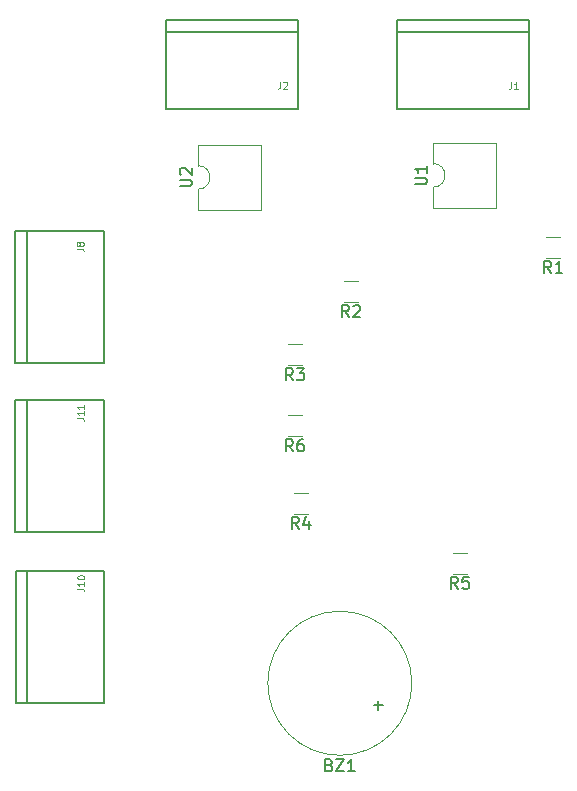
<source format=gto>
G04 #@! TF.FileFunction,Legend,Top*
%FSLAX46Y46*%
G04 Gerber Fmt 4.6, Leading zero omitted, Abs format (unit mm)*
G04 Created by KiCad (PCBNEW 4.0.7) date Fri Feb  2 23:20:03 2018*
%MOMM*%
%LPD*%
G01*
G04 APERTURE LIST*
%ADD10C,0.100000*%
%ADD11C,0.120000*%
%ADD12C,0.203200*%
%ADD13C,0.150000*%
%ADD14C,0.121920*%
G04 APERTURE END LIST*
D10*
D11*
X149712800Y-115214400D02*
G75*
G03X149712800Y-115214400I-6100000J0D01*
G01*
D12*
X159665600Y-66582400D02*
X148465600Y-66582400D01*
X148465600Y-66582400D02*
X148465600Y-60082400D01*
X148465600Y-60082400D02*
X148465600Y-59082400D01*
X148465600Y-59082400D02*
X159665600Y-59082400D01*
X159665600Y-59082400D02*
X159665600Y-60082400D01*
X159665600Y-60082400D02*
X159665600Y-66582400D01*
X148465600Y-60082400D02*
X159665600Y-60082400D01*
X140107600Y-66557000D02*
X128907600Y-66557000D01*
X128907600Y-66557000D02*
X128907600Y-60057000D01*
X128907600Y-60057000D02*
X128907600Y-59057000D01*
X128907600Y-59057000D02*
X140107600Y-59057000D01*
X140107600Y-59057000D02*
X140107600Y-60057000D01*
X140107600Y-60057000D02*
X140107600Y-66557000D01*
X128907600Y-60057000D02*
X140107600Y-60057000D01*
X123605400Y-76910000D02*
X123605400Y-88110000D01*
X123605400Y-88110000D02*
X117105400Y-88110000D01*
X117105400Y-88110000D02*
X116105400Y-88110000D01*
X116105400Y-88110000D02*
X116105400Y-76910000D01*
X116105400Y-76910000D02*
X117105400Y-76910000D01*
X117105400Y-76910000D02*
X123605400Y-76910000D01*
X117105400Y-88110000D02*
X117105400Y-76910000D01*
X123656200Y-105688200D02*
X123656200Y-116888200D01*
X123656200Y-116888200D02*
X117156200Y-116888200D01*
X117156200Y-116888200D02*
X116156200Y-116888200D01*
X116156200Y-116888200D02*
X116156200Y-105688200D01*
X116156200Y-105688200D02*
X117156200Y-105688200D01*
X117156200Y-105688200D02*
X123656200Y-105688200D01*
X117156200Y-116888200D02*
X117156200Y-105688200D01*
X123605400Y-91235600D02*
X123605400Y-102435600D01*
X123605400Y-102435600D02*
X117105400Y-102435600D01*
X117105400Y-102435600D02*
X116105400Y-102435600D01*
X116105400Y-102435600D02*
X116105400Y-91235600D01*
X116105400Y-91235600D02*
X117105400Y-91235600D01*
X117105400Y-91235600D02*
X123605400Y-91235600D01*
X117105400Y-102435600D02*
X117105400Y-91235600D01*
D11*
X161071000Y-77428200D02*
X162271000Y-77428200D01*
X162271000Y-79188200D02*
X161071000Y-79188200D01*
X143951400Y-81162000D02*
X145151400Y-81162000D01*
X145151400Y-82922000D02*
X143951400Y-82922000D01*
X139201600Y-86521400D02*
X140401600Y-86521400D01*
X140401600Y-88281400D02*
X139201600Y-88281400D01*
X139709600Y-99094400D02*
X140909600Y-99094400D01*
X140909600Y-100854400D02*
X139709600Y-100854400D01*
X153171600Y-104174400D02*
X154371600Y-104174400D01*
X154371600Y-105934400D02*
X153171600Y-105934400D01*
X139201600Y-92541200D02*
X140401600Y-92541200D01*
X140401600Y-94301200D02*
X139201600Y-94301200D01*
X151518000Y-73212200D02*
X151518000Y-74982200D01*
X151518000Y-74982200D02*
X156838000Y-74982200D01*
X156838000Y-74982200D02*
X156838000Y-69442200D01*
X156838000Y-69442200D02*
X151518000Y-69442200D01*
X151518000Y-69442200D02*
X151518000Y-71212200D01*
X151518000Y-71212200D02*
G75*
G02X151518000Y-73212200I0J-1000000D01*
G01*
X131604400Y-73390000D02*
X131604400Y-75160000D01*
X131604400Y-75160000D02*
X136924400Y-75160000D01*
X136924400Y-75160000D02*
X136924400Y-69620000D01*
X136924400Y-69620000D02*
X131604400Y-69620000D01*
X131604400Y-69620000D02*
X131604400Y-71390000D01*
X131604400Y-71390000D02*
G75*
G02X131604400Y-73390000I0J-1000000D01*
G01*
D13*
X142731848Y-122142971D02*
X142874705Y-122190590D01*
X142922324Y-122238210D01*
X142969943Y-122333448D01*
X142969943Y-122476305D01*
X142922324Y-122571543D01*
X142874705Y-122619162D01*
X142779467Y-122666781D01*
X142398514Y-122666781D01*
X142398514Y-121666781D01*
X142731848Y-121666781D01*
X142827086Y-121714400D01*
X142874705Y-121762019D01*
X142922324Y-121857257D01*
X142922324Y-121952495D01*
X142874705Y-122047733D01*
X142827086Y-122095352D01*
X142731848Y-122142971D01*
X142398514Y-122142971D01*
X143303276Y-121666781D02*
X143969943Y-121666781D01*
X143303276Y-122666781D01*
X143969943Y-122666781D01*
X144874705Y-122666781D02*
X144303276Y-122666781D01*
X144588990Y-122666781D02*
X144588990Y-121666781D01*
X144493752Y-121809638D01*
X144398514Y-121904876D01*
X144303276Y-121952495D01*
X146481848Y-117085829D02*
X147243753Y-117085829D01*
X146862801Y-117466781D02*
X146862801Y-116704876D01*
D14*
X158138949Y-64315703D02*
X158138949Y-64729360D01*
X158111371Y-64812091D01*
X158056217Y-64867246D01*
X157973486Y-64894823D01*
X157918331Y-64894823D01*
X158718068Y-64894823D02*
X158387143Y-64894823D01*
X158552605Y-64894823D02*
X158552605Y-64315703D01*
X158497451Y-64398434D01*
X158442297Y-64453589D01*
X158387143Y-64481166D01*
X138580949Y-64290303D02*
X138580949Y-64703960D01*
X138553371Y-64786691D01*
X138498217Y-64841846D01*
X138415486Y-64869423D01*
X138360331Y-64869423D01*
X138829143Y-64345457D02*
X138856720Y-64317880D01*
X138911874Y-64290303D01*
X139049760Y-64290303D01*
X139104914Y-64317880D01*
X139132491Y-64345457D01*
X139160068Y-64400611D01*
X139160068Y-64455766D01*
X139132491Y-64538497D01*
X138801565Y-64869423D01*
X139160068Y-64869423D01*
X121338703Y-78436651D02*
X121752360Y-78436651D01*
X121835091Y-78464229D01*
X121890246Y-78519383D01*
X121917823Y-78602114D01*
X121917823Y-78657269D01*
X121586897Y-78078149D02*
X121559320Y-78133303D01*
X121531743Y-78160880D01*
X121476589Y-78188457D01*
X121449011Y-78188457D01*
X121393857Y-78160880D01*
X121366280Y-78133303D01*
X121338703Y-78078149D01*
X121338703Y-77967840D01*
X121366280Y-77912686D01*
X121393857Y-77885109D01*
X121449011Y-77857532D01*
X121476589Y-77857532D01*
X121531743Y-77885109D01*
X121559320Y-77912686D01*
X121586897Y-77967840D01*
X121586897Y-78078149D01*
X121614474Y-78133303D01*
X121642051Y-78160880D01*
X121697206Y-78188457D01*
X121807514Y-78188457D01*
X121862669Y-78160880D01*
X121890246Y-78133303D01*
X121917823Y-78078149D01*
X121917823Y-77967840D01*
X121890246Y-77912686D01*
X121862669Y-77885109D01*
X121807514Y-77857532D01*
X121697206Y-77857532D01*
X121642051Y-77885109D01*
X121614474Y-77912686D01*
X121586897Y-77967840D01*
X121389503Y-107214851D02*
X121803160Y-107214851D01*
X121885891Y-107242429D01*
X121941046Y-107297583D01*
X121968623Y-107380314D01*
X121968623Y-107435469D01*
X121968623Y-106635732D02*
X121968623Y-106966657D01*
X121968623Y-106801195D02*
X121389503Y-106801195D01*
X121472234Y-106856349D01*
X121527389Y-106911503D01*
X121554966Y-106966657D01*
X121389503Y-106277229D02*
X121389503Y-106222074D01*
X121417080Y-106166920D01*
X121444657Y-106139343D01*
X121499811Y-106111766D01*
X121610120Y-106084189D01*
X121748006Y-106084189D01*
X121858314Y-106111766D01*
X121913469Y-106139343D01*
X121941046Y-106166920D01*
X121968623Y-106222074D01*
X121968623Y-106277229D01*
X121941046Y-106332383D01*
X121913469Y-106359960D01*
X121858314Y-106387537D01*
X121748006Y-106415114D01*
X121610120Y-106415114D01*
X121499811Y-106387537D01*
X121444657Y-106359960D01*
X121417080Y-106332383D01*
X121389503Y-106277229D01*
X121338703Y-92762251D02*
X121752360Y-92762251D01*
X121835091Y-92789829D01*
X121890246Y-92844983D01*
X121917823Y-92927714D01*
X121917823Y-92982869D01*
X121917823Y-92183132D02*
X121917823Y-92514057D01*
X121917823Y-92348595D02*
X121338703Y-92348595D01*
X121421434Y-92403749D01*
X121476589Y-92458903D01*
X121504166Y-92514057D01*
X121917823Y-91631589D02*
X121917823Y-91962514D01*
X121917823Y-91797052D02*
X121338703Y-91797052D01*
X121421434Y-91852206D01*
X121476589Y-91907360D01*
X121504166Y-91962514D01*
D13*
X161504334Y-80460581D02*
X161171000Y-79984390D01*
X160932905Y-80460581D02*
X160932905Y-79460581D01*
X161313858Y-79460581D01*
X161409096Y-79508200D01*
X161456715Y-79555819D01*
X161504334Y-79651057D01*
X161504334Y-79793914D01*
X161456715Y-79889152D01*
X161409096Y-79936771D01*
X161313858Y-79984390D01*
X160932905Y-79984390D01*
X162456715Y-80460581D02*
X161885286Y-80460581D01*
X162171000Y-80460581D02*
X162171000Y-79460581D01*
X162075762Y-79603438D01*
X161980524Y-79698676D01*
X161885286Y-79746295D01*
X144384734Y-84194381D02*
X144051400Y-83718190D01*
X143813305Y-84194381D02*
X143813305Y-83194381D01*
X144194258Y-83194381D01*
X144289496Y-83242000D01*
X144337115Y-83289619D01*
X144384734Y-83384857D01*
X144384734Y-83527714D01*
X144337115Y-83622952D01*
X144289496Y-83670571D01*
X144194258Y-83718190D01*
X143813305Y-83718190D01*
X144765686Y-83289619D02*
X144813305Y-83242000D01*
X144908543Y-83194381D01*
X145146639Y-83194381D01*
X145241877Y-83242000D01*
X145289496Y-83289619D01*
X145337115Y-83384857D01*
X145337115Y-83480095D01*
X145289496Y-83622952D01*
X144718067Y-84194381D01*
X145337115Y-84194381D01*
X139634934Y-89553781D02*
X139301600Y-89077590D01*
X139063505Y-89553781D02*
X139063505Y-88553781D01*
X139444458Y-88553781D01*
X139539696Y-88601400D01*
X139587315Y-88649019D01*
X139634934Y-88744257D01*
X139634934Y-88887114D01*
X139587315Y-88982352D01*
X139539696Y-89029971D01*
X139444458Y-89077590D01*
X139063505Y-89077590D01*
X139968267Y-88553781D02*
X140587315Y-88553781D01*
X140253981Y-88934733D01*
X140396839Y-88934733D01*
X140492077Y-88982352D01*
X140539696Y-89029971D01*
X140587315Y-89125210D01*
X140587315Y-89363305D01*
X140539696Y-89458543D01*
X140492077Y-89506162D01*
X140396839Y-89553781D01*
X140111124Y-89553781D01*
X140015886Y-89506162D01*
X139968267Y-89458543D01*
X140142934Y-102126781D02*
X139809600Y-101650590D01*
X139571505Y-102126781D02*
X139571505Y-101126781D01*
X139952458Y-101126781D01*
X140047696Y-101174400D01*
X140095315Y-101222019D01*
X140142934Y-101317257D01*
X140142934Y-101460114D01*
X140095315Y-101555352D01*
X140047696Y-101602971D01*
X139952458Y-101650590D01*
X139571505Y-101650590D01*
X141000077Y-101460114D02*
X141000077Y-102126781D01*
X140761981Y-101079162D02*
X140523886Y-101793448D01*
X141142934Y-101793448D01*
X153604934Y-107206781D02*
X153271600Y-106730590D01*
X153033505Y-107206781D02*
X153033505Y-106206781D01*
X153414458Y-106206781D01*
X153509696Y-106254400D01*
X153557315Y-106302019D01*
X153604934Y-106397257D01*
X153604934Y-106540114D01*
X153557315Y-106635352D01*
X153509696Y-106682971D01*
X153414458Y-106730590D01*
X153033505Y-106730590D01*
X154509696Y-106206781D02*
X154033505Y-106206781D01*
X153985886Y-106682971D01*
X154033505Y-106635352D01*
X154128743Y-106587733D01*
X154366839Y-106587733D01*
X154462077Y-106635352D01*
X154509696Y-106682971D01*
X154557315Y-106778210D01*
X154557315Y-107016305D01*
X154509696Y-107111543D01*
X154462077Y-107159162D01*
X154366839Y-107206781D01*
X154128743Y-107206781D01*
X154033505Y-107159162D01*
X153985886Y-107111543D01*
X139634934Y-95573581D02*
X139301600Y-95097390D01*
X139063505Y-95573581D02*
X139063505Y-94573581D01*
X139444458Y-94573581D01*
X139539696Y-94621200D01*
X139587315Y-94668819D01*
X139634934Y-94764057D01*
X139634934Y-94906914D01*
X139587315Y-95002152D01*
X139539696Y-95049771D01*
X139444458Y-95097390D01*
X139063505Y-95097390D01*
X140492077Y-94573581D02*
X140301600Y-94573581D01*
X140206362Y-94621200D01*
X140158743Y-94668819D01*
X140063505Y-94811676D01*
X140015886Y-95002152D01*
X140015886Y-95383105D01*
X140063505Y-95478343D01*
X140111124Y-95525962D01*
X140206362Y-95573581D01*
X140396839Y-95573581D01*
X140492077Y-95525962D01*
X140539696Y-95478343D01*
X140587315Y-95383105D01*
X140587315Y-95145010D01*
X140539696Y-95049771D01*
X140492077Y-95002152D01*
X140396839Y-94954533D01*
X140206362Y-94954533D01*
X140111124Y-95002152D01*
X140063505Y-95049771D01*
X140015886Y-95145010D01*
X149970381Y-72974105D02*
X150779905Y-72974105D01*
X150875143Y-72926486D01*
X150922762Y-72878867D01*
X150970381Y-72783629D01*
X150970381Y-72593152D01*
X150922762Y-72497914D01*
X150875143Y-72450295D01*
X150779905Y-72402676D01*
X149970381Y-72402676D01*
X150970381Y-71402676D02*
X150970381Y-71974105D01*
X150970381Y-71688391D02*
X149970381Y-71688391D01*
X150113238Y-71783629D01*
X150208476Y-71878867D01*
X150256095Y-71974105D01*
X130056781Y-73151905D02*
X130866305Y-73151905D01*
X130961543Y-73104286D01*
X131009162Y-73056667D01*
X131056781Y-72961429D01*
X131056781Y-72770952D01*
X131009162Y-72675714D01*
X130961543Y-72628095D01*
X130866305Y-72580476D01*
X130056781Y-72580476D01*
X130152019Y-72151905D02*
X130104400Y-72104286D01*
X130056781Y-72009048D01*
X130056781Y-71770952D01*
X130104400Y-71675714D01*
X130152019Y-71628095D01*
X130247257Y-71580476D01*
X130342495Y-71580476D01*
X130485352Y-71628095D01*
X131056781Y-72199524D01*
X131056781Y-71580476D01*
M02*

</source>
